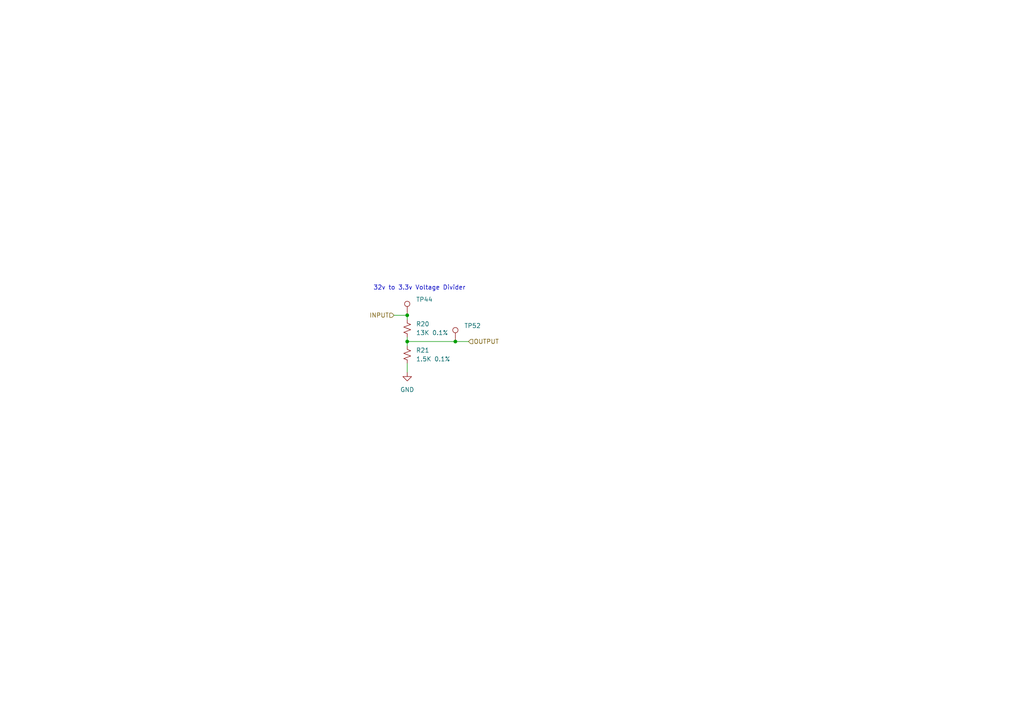
<source format=kicad_sch>
(kicad_sch (version 20250114) (generator "eeschema") (generator_version "9.0")
  (paper "A4")
  (lib_symbols
    (symbol "Connector:TestPoint" (pin_numbers (hide yes)) (pin_names (offset 0.762) (hide yes))
      (property "Reference" "TP" (at 0 6.858 0))
      (property "Value" "TestPoint" (at 0 5.08 0))
      (symbol "TestPoint_0_1"
        (circle (center 0 3.302) (radius 0.762))
      )
      (symbol "TestPoint_1_1"
        (pin passive line (at 0 0 90) (length 2.54) (name "1") (number "1"))
      )
    )
    (symbol "Device:R_Small_US" (pin_numbers (hide yes)) (pin_names (offset 0.254) (hide yes))
      (property "Reference" "R" (at 0.762 0.508 0))
      (property "Value" "R_Small_US" (at 0.762 -1.016 0))
      (symbol "R_Small_US_1_1"
        (polyline (pts (xy 0 1.524) (xy 1.016 1.143) (xy 0 0.762) (xy -1.016 0.381) (xy 0 0)))
        (polyline (pts (xy 0 0) (xy 1.016 -0.381) (xy 0 -0.762) (xy -1.016 -1.143) (xy 0 -1.524)))
        (pin passive line (at 0 2.54 270) (length 1.016) (name "~") (number "1"))
        (pin passive line (at 0 -2.54 90) (length 1.016) (name "~") (number "2"))
      )
    )
    (symbol "power:GND" (power) (pin_numbers (hide yes)) (pin_names (offset 0) (hide yes))
      (property "Value" "GND" (at 0 -3.81 0))
      (symbol "GND_0_1"
        (polyline (pts (xy 0 0) (xy 0 -1.27) (xy 1.27 -1.27) (xy 0 -2.54) (xy -1.27 -1.27) (xy 0 -1.27)))
      )
      (symbol "GND_1_1"
        (pin power_in line (at 0 0 270) (length 0) (name "~") (number "1"))
      )
    )
  )
  (text "32v to 3.3v Voltage Divider" (at 121.666 83.566 0) (effects (font (size 1.27 1.27))))
  (junction (at 118.11 91.44))
  (junction (at 118.11 99.06))
  (junction (at 132.08 99.06))
  (wire (pts (xy 118.11 91.44) (xy 118.11 92.71)))
  (wire (pts (xy 118.11 97.79) (xy 118.11 99.06)))
  (wire (pts (xy 132.08 99.06) (xy 135.89 99.06)))
  (wire (pts (xy 118.11 99.06) (xy 118.11 100.33)))
  (wire (pts (xy 118.11 105.41) (xy 118.11 107.95)))
  (wire (pts (xy 114.3 91.44) (xy 118.11 91.44)))
  (wire (pts (xy 118.11 99.06) (xy 132.08 99.06)))
  (hierarchical_label "INPUT" (shape input) (at 114.3 91.44 180))
  (hierarchical_label "OUTPUT" (shape input) (at 135.89 99.06 0))
  (symbol (lib_id "power:GND") (at 118.11 107.95 0) (unit 1)
    (property "Reference" "#PWR010" (effects (hide yes)))
    (property "Value" "GND" (at 118.11 113.03 0))
    (property "Description" "Power symbol creates a global label with name \"GND\" , ground" (effects (hide yes)))
    (instances (project "sendit" (path "" (reference "#PWR047") (unit 1)) (path "" (reference "#PWR036") (unit 1)) (path "" (reference "#PWR081") (unit 1)) (path "" (reference "#PWR022") (unit 1)) (path "" (reference "#PWR092") (unit 1)) (path "" (reference "#PWR010") (unit 1)) (path "" (reference "#PWR059") (unit 1)) (path "" (reference "#PWR070") (unit 1))))
  )
  (symbol (lib_id "Device:R_Small_US") (at 118.11 95.25 180) (unit 1)
    (property "Reference" "R4" (at 120.65 93.9799 0) (effects (justify right)))
    (property "Value" "13K 0.1%" (at 120.65 96.5199 0) (effects (justify right)))
    (property "Footprint" "Resistor_SMD:R_1206_3216Metric_Pad1.30x1.75mm_HandSolder" (effects (hide yes)))
    (instances (project "sendit" (path "" (reference "R20") (unit 1)) (path "" (reference "R14") (unit 1)) (path "" (reference "R40") (unit 1)) (path "" (reference "R9") (unit 1)) (path "" (reference "R46") (unit 1)) (path "" (reference "R4") (unit 1)) (path "" (reference "R28") (unit 1)) (path "" (reference "R34") (unit 1))))
  )
  (symbol (lib_id "Connector:TestPoint") (at 132.08 99.06 0) (unit 1)
    (property "Reference" "TP49" (at 134.62 94.4879 0) (effects (justify left)))
    (property "Value" "TestPoint" (effects (hide yes)))
    (property "Description" "test point" (effects (hide yes)))
    (instances (project "sendit" (path "" (reference "TP52") (unit 1)) (path "" (reference "TP51") (unit 1)) (path "" (reference "TP55") (unit 1)) (path "" (reference "TP50") (unit 1)) (path "" (reference "TP56") (unit 1)) (path "" (reference "TP49") (unit 1)) (path "" (reference "TP53") (unit 1)) (path "" (reference "TP54") (unit 1))))
  )
  (symbol (lib_id "Device:R_Small_US") (at 118.11 102.87 180) (unit 1)
    (property "Reference" "R5" (at 120.65 101.6 0) (effects (justify right)))
    (property "Value" "1.5K 0.1%" (at 120.65 104.14 0) (effects (justify right)))
    (property "Footprint" "Resistor_SMD:R_1206_3216Metric_Pad1.30x1.75mm_HandSolder" (effects (hide yes)))
    (instances (project "sendit" (path "" (reference "R21") (unit 1)) (path "" (reference "R15") (unit 1)) (path "" (reference "R41") (unit 1)) (path "" (reference "R10") (unit 1)) (path "" (reference "R47") (unit 1)) (path "" (reference "R5") (unit 1)) (path "" (reference "R29") (unit 1)) (path "" (reference "R35") (unit 1))))
  )
  (symbol (lib_id "Connector:TestPoint") (at 118.11 91.44 0) (unit 1)
    (property "Reference" "TP41" (at 120.65 86.8679 0) (effects (justify left)))
    (property "Value" "TestPoint" (effects (hide yes)))
    (property "Description" "test point" (effects (hide yes)))
    (instances (project "sendit" (path "" (reference "TP44") (unit 1)) (path "" (reference "TP43") (unit 1)) (path "" (reference "TP47") (unit 1)) (path "" (reference "TP42") (unit 1)) (path "" (reference "TP48") (unit 1)) (path "" (reference "TP41") (unit 1)) (path "" (reference "TP45") (unit 1)) (path "" (reference "TP46") (unit 1))))
  )
)
</source>
